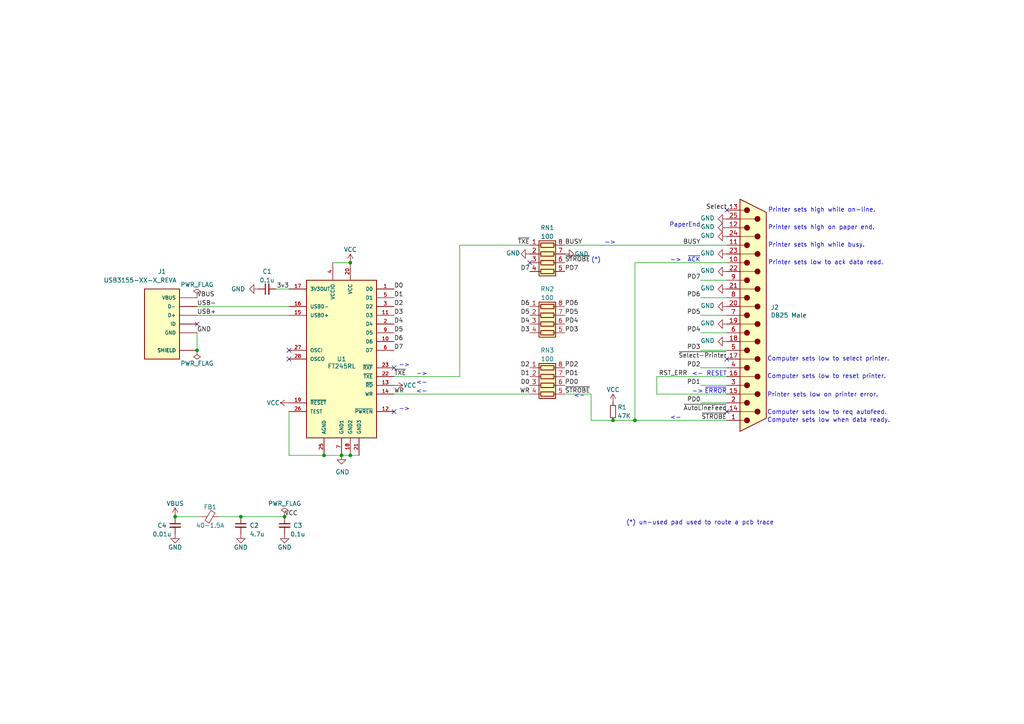
<source format=kicad_sch>
(kicad_sch (version 20211123) (generator eeschema)
  (paper "A4")
  (title_block (title "LPT_Capture") (date "2023-01-27") (rev "010") (company "b.kenyon.w@gmail.com") (comment 1 "CC-BY-SA") (comment 2 "github.com/bkw777/LPT_Capture"))
  (lib_symbols
    (symbol "000_LOCAL:C_Small" (pin_numbers hide) (pin_names (offset 0.254) hide)
      (property "Reference" "C" (at 0.254 1.778 0))
      (property "Value" "C_Small" (at 0.254 -2.032 0))
      (symbol "C_Small_0_1"
        (polyline (pts (xy -1.524 -0.508) (xy 1.524 -0.508)) (stroke (width 0.3302)))
        (polyline (pts (xy -1.524 0.508) (xy 1.524 0.508)) (stroke (width 0.3048)))
      )
      (symbol "C_Small_1_1"
        (pin passive line (at 0 2.54 270) (length 2.032) (name "~") (number "1"))
        (pin passive line (at 0 -2.54 90) (length 2.032) (name "~") (number "2"))
      )
    )
    (symbol "000_LOCAL:Connector_DB25_Male" (pin_names (offset 1.016) hide)
      (property "Reference" "J" (at 0 34.29 0))
      (property "Value" "Connector_DB25_Male" (at 0 -34.925 0))
      (symbol "Connector_DB25_Male_0_1"
        (circle (center -1.778 -30.48) (radius 0.762) (fill (type outline)))
        (circle (center -1.778 -25.4) (radius 0.762) (fill (type outline)))
        (circle (center -1.778 -20.32) (radius 0.762) (fill (type outline)))
        (circle (center -1.778 -15.24) (radius 0.762) (fill (type outline)))
        (circle (center -1.778 -10.16) (radius 0.762) (fill (type outline)))
        (circle (center -1.778 -5.08) (radius 0.762) (fill (type outline)))
        (circle (center -1.778 0) (radius 0.762) (fill (type outline)))
        (circle (center -1.778 5.08) (radius 0.762) (fill (type outline)))
        (circle (center -1.778 10.16) (radius 0.762) (fill (type outline)))
        (circle (center -1.778 15.24) (radius 0.762) (fill (type outline)))
        (circle (center -1.778 20.32) (radius 0.762) (fill (type outline)))
        (circle (center -1.778 25.4) (radius 0.762) (fill (type outline)))
        (circle (center -1.778 30.48) (radius 0.762) (fill (type outline)))
        (polyline (pts (xy -3.81 -30.48) (xy -2.54 -30.48)))
        (polyline (pts (xy -3.81 -27.94) (xy 0.508 -27.94)))
        (polyline (pts (xy -3.81 -25.4) (xy -2.54 -25.4)))
        (polyline (pts (xy -3.81 -22.86) (xy 0.508 -22.86)))
        (polyline (pts (xy -3.81 -20.32) (xy -2.54 -20.32)))
        (polyline (pts (xy -3.81 -17.78) (xy 0.508 -17.78)))
        (polyline (pts (xy -3.81 -15.24) (xy -2.54 -15.24)))
        (polyline (pts (xy -3.81 -12.7) (xy 0.508 -12.7)))
        (polyline (pts (xy -3.81 -10.16) (xy -2.54 -10.16)))
        (polyline (pts (xy -3.81 -7.62) (xy 0.508 -7.62)))
        (polyline (pts (xy -3.81 -5.08) (xy -2.54 -5.08)))
        (polyline (pts (xy -3.81 -2.54) (xy 0.508 -2.54)))
        (polyline (pts (xy -3.81 0) (xy -2.54 0)))
        (polyline (pts (xy -3.81 2.54) (xy 0.508 2.54)))
        (polyline (pts (xy -3.81 5.08) (xy -2.54 5.08)))
        (polyline (pts (xy -3.81 7.62) (xy 0.508 7.62)))
        (polyline (pts (xy -3.81 10.16) (xy -2.54 10.16)))
        (polyline (pts (xy -3.81 12.7) (xy 0.508 12.7)))
        (polyline (pts (xy -3.81 15.24) (xy -2.54 15.24)))
        (polyline (pts (xy -3.81 17.78) (xy 0.508 17.78)))
        (polyline (pts (xy -3.81 20.32) (xy -2.54 20.32)))
        (polyline (pts (xy -3.81 22.86) (xy 0.508 22.86)))
        (polyline (pts (xy -3.81 25.4) (xy -2.54 25.4)))
        (polyline (pts (xy -3.81 27.94) (xy 0.508 27.94)))
        (polyline (pts (xy -3.81 30.48) (xy -2.54 30.48)))
        (polyline (pts (xy -3.81 -33.655) (xy 3.81 -29.845) (xy 3.81 29.845) (xy -3.81 33.655) (xy -3.81 -33.655)) (stroke (width 0.254)) (fill (type background)))
        (circle (center 1.27 -27.94) (radius 0.762) (fill (type outline)))
        (circle (center 1.27 -22.86) (radius 0.762) (fill (type outline)))
        (circle (center 1.27 -17.78) (radius 0.762) (fill (type outline)))
        (circle (center 1.27 -12.7) (radius 0.762) (fill (type outline)))
        (circle (center 1.27 -7.62) (radius 0.762) (fill (type outline)))
        (circle (center 1.27 -2.54) (radius 0.762) (fill (type outline)))
        (circle (center 1.27 2.54) (radius 0.762) (fill (type outline)))
        (circle (center 1.27 7.62) (radius 0.762) (fill (type outline)))
        (circle (center 1.27 12.7) (radius 0.762) (fill (type outline)))
        (circle (center 1.27 17.78) (radius 0.762) (fill (type outline)))
        (circle (center 1.27 22.86) (radius 0.762) (fill (type outline)))
        (circle (center 1.27 27.94) (radius 0.762) (fill (type outline)))
      )
      (symbol "Connector_DB25_Male_1_1"
        (pin passive line (at -7.62 -30.48 0) (length 3.81) (name "1") (number "1"))
        (pin passive line (at -7.62 15.24 0) (length 3.81) (name "10") (number "10"))
        (pin passive line (at -7.62 20.32 0) (length 3.81) (name "11") (number "11"))
        (pin passive line (at -7.62 25.4 0) (length 3.81) (name "12") (number "12"))
        (pin passive line (at -7.62 30.48 0) (length 3.81) (name "13") (number "13"))
        (pin passive line (at -7.62 -27.94 0) (length 3.81) (name "P14") (number "14"))
        (pin passive line (at -7.62 -22.86 0) (length 3.81) (name "P15") (number "15"))
        (pin passive line (at -7.62 -17.78 0) (length 3.81) (name "P16") (number "16"))
        (pin passive line (at -7.62 -12.7 0) (length 3.81) (name "P17") (number "17"))
        (pin passive line (at -7.62 -7.62 0) (length 3.81) (name "P18") (number "18"))
        (pin passive line (at -7.62 -2.54 0) (length 3.81) (name "P19") (number "19"))
        (pin passive line (at -7.62 -25.4 0) (length 3.81) (name "2") (number "2"))
        (pin passive line (at -7.62 2.54 0) (length 3.81) (name "P20") (number "20"))
        (pin passive line (at -7.62 7.62 0) (length 3.81) (name "P21") (number "21"))
        (pin passive line (at -7.62 12.7 0) (length 3.81) (name "P22") (number "22"))
        (pin passive line (at -7.62 17.78 0) (length 3.81) (name "P23") (number "23"))
        (pin passive line (at -7.62 22.86 0) (length 3.81) (name "P24") (number "24"))
        (pin passive line (at -7.62 27.94 0) (length 3.81) (name "P25") (number "25"))
        (pin passive line (at -7.62 -20.32 0) (length 3.81) (name "3") (number "3"))
        (pin passive line (at -7.62 -15.24 0) (length 3.81) (name "4") (number "4"))
        (pin passive line (at -7.62 -10.16 0) (length 3.81) (name "5") (number "5"))
        (pin passive line (at -7.62 -5.08 0) (length 3.81) (name "6") (number "6"))
        (pin passive line (at -7.62 0 0) (length 3.81) (name "7") (number "7"))
        (pin passive line (at -7.62 5.08 0) (length 3.81) (name "8") (number "8"))
        (pin passive line (at -7.62 10.16 0) (length 3.81) (name "9") (number "9"))
      )
    )
    (symbol "000_LOCAL:Ferrite_Bead_Small" (pin_numbers hide) (pin_names (offset 0))
      (property "Reference" "FB" (at 1.905 1.27 0))
      (property "Value" "Ferrite_Bead_Small" (at 1.905 -1.27 0))
      (symbol "Ferrite_Bead_Small_0_1"
        (polyline (pts (xy 0 -1.27) (xy 0 -0.7874)))
        (polyline (pts (xy 0 0.889) (xy 0 1.2954)))
        (polyline (pts (xy -1.8288 0.2794) (xy -1.1176 1.4986) (xy 1.8288 -0.2032) (xy 1.1176 -1.4224) (xy -1.8288 0.2794)))
      )
      (symbol "Ferrite_Bead_Small_1_1"
        (pin passive line (at 0 2.54 270) (length 1.27) (name "~") (number "1"))
        (pin passive line (at 0 -2.54 90) (length 1.27) (name "~") (number "2"))
      )
    )
    (symbol "000_LOCAL:R_Pack04" (pin_names (offset 0) hide)
      (property "Reference" "RN" (at -7.62 0 90))
      (property "Value" "R_Pack04" (at 5.08 0 90))
      (symbol "R_Pack04_0_1"
        (rectangle (start -6.35 -2.413) (end 3.81 2.413) (stroke (width 0.254)) (fill (type background)))
        (rectangle (start -5.715 1.905) (end -4.445 -1.905) (stroke (width 0.254)))
        (rectangle (start -3.175 1.905) (end -1.905 -1.905) (stroke (width 0.254)))
        (rectangle (start -0.635 1.905) (end 0.635 -1.905) (stroke (width 0.254)))
        (polyline (pts (xy -5.08 -2.54) (xy -5.08 -1.905)))
        (polyline (pts (xy -5.08 1.905) (xy -5.08 2.54)))
        (polyline (pts (xy -2.54 -2.54) (xy -2.54 -1.905)))
        (polyline (pts (xy -2.54 1.905) (xy -2.54 2.54)))
        (polyline (pts (xy 0 -2.54) (xy 0 -1.905)))
        (polyline (pts (xy 0 1.905) (xy 0 2.54)))
        (polyline (pts (xy 2.54 -2.54) (xy 2.54 -1.905)))
        (polyline (pts (xy 2.54 1.905) (xy 2.54 2.54)))
        (rectangle (start 1.905 1.905) (end 3.175 -1.905) (stroke (width 0.254)))
      )
      (symbol "R_Pack04_1_1"
        (pin passive line (at -5.08 -5.08 90) (length 2.54) (name "R1.1") (number "1"))
        (pin passive line (at -2.54 -5.08 90) (length 2.54) (name "R2.1") (number "2"))
        (pin passive line (at 0 -5.08 90) (length 2.54) (name "R3.1") (number "3"))
        (pin passive line (at 2.54 -5.08 90) (length 2.54) (name "R4.1") (number "4"))
        (pin passive line (at 2.54 5.08 270) (length 2.54) (name "R4.2") (number "5"))
        (pin passive line (at 0 5.08 270) (length 2.54) (name "R3.2") (number "6"))
        (pin passive line (at -2.54 5.08 270) (length 2.54) (name "R2.2") (number "7"))
        (pin passive line (at -5.08 5.08 270) (length 2.54) (name "R1.2") (number "8"))
      )
    )
    (symbol "000_LOCAL:R_Small" (pin_numbers hide) (pin_names (offset 0.254) hide)
      (property "Reference" "R" (at 0.762 0.508 0))
      (property "Value" "R_Small" (at 0.762 -1.016 0))
      (symbol "R_Small_0_1"
        (rectangle (start -0.762 1.778) (end 0.762 -1.778) (stroke (width 0.2032)))
      )
      (symbol "R_Small_1_1"
        (pin passive line (at 0 2.54 270) (length 0.762) (name "~") (number "1"))
        (pin passive line (at 0 -2.54 90) (length 0.762) (name "~") (number "2"))
      )
    )
    (symbol "000_LOCAL:USB3155-XX-X_REVA" (pin_numbers hide) (pin_names (offset 1.016))
      (property "Reference" "J" (at -5.08 10.16 0))
      (property "Value" "USB3155-XX-X_REVA" (at -5.08 -12.7254 0))
      (symbol "USB3155-XX-X_REVA_0_0"
        (rectangle (start -5.08 -10.16) (end 5.08 10.16) (stroke (width 0.254)) (fill (type background)))
        (pin power_in line (at -10.16 7.62 0) (length 5.08) (name "VBUS") (number "1"))
        (pin bidirectional line (at -10.16 5.08 0) (length 5.08) (name "D-") (number "2"))
        (pin bidirectional line (at -10.16 2.54 0) (length 5.08) (name "D+") (number "3"))
        (pin passive line (at -10.16 0 0) (length 5.08) (name "ID") (number "4"))
        (pin power_in line (at -10.16 -2.54 0) (length 5.08) (name "GND") (number "5"))
        (pin passive line (at -10.16 -7.62 0) (length 5.08) (name "SHIELD") (number "S"))
        (pin passive line (at -10.16 -7.62 0) (length 5.08) (name "SHIELD") (number "S"))
      )
    )
    (symbol "FT245RL_1" (pin_names (offset 1.016))
      (property "Reference" "U" (at 4.318 26.924 0))
      (property "Value" "FT245RL_1" (at 4.064 24.13 0))
      (symbol "FT245RL_1_0_0"
        (rectangle (start -10.16 22.86) (end 10.16 -22.86) (stroke (width 0.254)) (fill (type background)))
        (pin bidirectional line (at 15.24 20.32 180) (length 5.08) (name "D0") (number "1"))
        (pin bidirectional line (at 15.24 5.08 180) (length 5.08) (name "D6") (number "10"))
        (pin bidirectional line (at 15.24 12.7 180) (length 5.08) (name "D3") (number "11"))
        (pin output line (at 15.24 -15.24 180) (length 5.08) (name "~{PWREN}") (number "12"))
        (pin input line (at 15.24 -7.62 180) (length 5.08) (name "~{RD}") (number "13"))
        (pin input line (at 15.24 -10.16 180) (length 5.08) (name "WR") (number "14"))
        (pin bidirectional line (at -15.24 12.7 0) (length 5.08) (name "USBD+") (number "15"))
        (pin bidirectional line (at -15.24 15.24 0) (length 5.08) (name "USBD-") (number "16"))
        (pin power_out line (at -15.24 20.32 0) (length 5.08) (name "3V3OUT") (number "17"))
        (pin power_in line (at 2.54 -27.94 90) (length 5.08) (name "GND2") (number "18"))
        (pin input line (at -15.24 -12.7 0) (length 5.08) (name "~{RESET}") (number "19"))
        (pin bidirectional line (at 15.24 10.16 180) (length 5.08) (name "D4") (number "2"))
        (pin power_in line (at 2.54 27.94 270) (length 5.08) (name "VCC") (number "20"))
        (pin power_in line (at 5.08 -27.94 90) (length 5.08) (name "GND3") (number "21"))
        (pin output line (at 15.24 -5.08 180) (length 5.08) (name "~{TXE}") (number "22"))
        (pin bidirectional line (at 15.24 -2.54 180) (length 5.08) (name "~{RXF}") (number "23"))
        (pin power_in line (at -5.08 -27.94 90) (length 5.08) (name "AGND") (number "25"))
        (pin input line (at -15.24 -15.24 0) (length 5.08) (name "TEST") (number "26"))
        (pin input line (at -15.24 2.54 0) (length 5.08) (name "OSCI") (number "27"))
        (pin output line (at -15.24 0 0) (length 5.08) (name "OSCO") (number "28"))
        (pin bidirectional line (at 15.24 15.24 180) (length 5.08) (name "D2") (number "3"))
        (pin power_in line (at -2.54 27.94 270) (length 5.08) (name "VCCIO") (number "4"))
        (pin bidirectional line (at 15.24 17.78 180) (length 5.08) (name "D1") (number "5"))
        (pin bidirectional line (at 15.24 2.54 180) (length 5.08) (name "D7") (number "6"))
        (pin power_in line (at 0 -27.94 90) (length 5.08) (name "GND1") (number "7"))
        (pin bidirectional line (at 15.24 7.62 180) (length 5.08) (name "D5") (number "9"))
      )
    )
    (symbol "power:GND" (power) (pin_names (offset 0))
      (property "Value" "GND" (at 0 -3.81 0))
      (symbol "GND_0_1"
        (polyline (pts (xy 0 0) (xy 0 -1.27) (xy 1.27 -1.27) (xy 0 -2.54) (xy -1.27 -1.27) (xy 0 -1.27)))
      )
      (symbol "GND_1_1"
        (pin power_in line (at 0 0 270) (length 0) hide (name "GND") (number "1"))
      )
    )
    (symbol "power:PWR_FLAG" (power) (pin_numbers hide) (pin_names (offset 0) hide)
      (property "Value" "PWR_FLAG" (at 0 3.81 0))
      (symbol "PWR_FLAG_0_0"
        (pin power_out line (at 0 0 90) (length 0) (name "pwr") (number "1"))
      )
      (symbol "PWR_FLAG_0_1"
        (polyline (pts (xy 0 0) (xy 0 1.27) (xy -1.016 1.905) (xy 0 2.54) (xy 1.016 1.905) (xy 0 1.27)))
      )
    )
    (symbol "power:VBUS" (power) (pin_names (offset 0))
      (property "Value" "VBUS" (at 0 3.81 0))
      (symbol "VBUS_0_1"
        (polyline (pts (xy -0.762 1.27) (xy 0 2.54)))
        (polyline (pts (xy 0 0) (xy 0 2.54)))
        (polyline (pts (xy 0 2.54) (xy 0.762 1.27)))
      )
      (symbol "VBUS_1_1"
        (pin power_in line (at 0 0 90) (length 0) hide (name "VBUS") (number "1"))
      )
    )
    (symbol "power:VCC" (power) (pin_names (offset 0))
      (property "Value" "VCC" (at 0 3.81 0))
      (symbol "VCC_0_1"
        (polyline (pts (xy -0.762 1.27) (xy 0 2.54)))
        (polyline (pts (xy 0 0) (xy 0 2.54)))
        (polyline (pts (xy 0 2.54) (xy 0.762 1.27)))
      )
      (symbol "VCC_1_1"
        (pin power_in line (at 0 0 90) (length 0) hide (name "VCC") (number "1"))
      )
    )
  )
  (junction (at 50.8 149.86))
  (junction (at 184.15 121.92))
  (junction (at 57.15 101.6))
  (junction (at 82.55 149.86))
  (junction (at 69.85 149.86))
  (junction (at 177.8 121.92))
  (junction (at 99.06 132.08))
  (junction (at 101.6 76.2))
  (junction (at 93.98 132.08))
  (junction (at 101.6 132.08))
  (no_connect (at 210.82 60.96))
  (no_connect (at 210.82 119.38))
  (no_connect (at 114.3 106.68))
  (no_connect (at 210.82 104.14))
  (no_connect (at 153.67 76.2))
  (no_connect (at 83.82 104.14))
  (no_connect (at 57.15 93.98))
  (no_connect (at 83.82 101.6))
  (no_connect (at 114.3 119.38))
  (wire (pts (xy 133.35 71.12) (xy 153.67 71.12)))
  (wire (pts (xy 57.15 91.44) (xy 83.82 91.44)))
  (wire (pts (xy 177.8 121.92) (xy 184.15 121.92)))
  (wire (pts (xy 57.15 88.9) (xy 83.82 88.9)))
  (wire (pts (xy 83.82 132.08) (xy 93.98 132.08)))
  (wire (pts (xy 184.15 76.2) (xy 184.15 121.92)))
  (wire (pts (xy 203.2 86.36) (xy 210.82 86.36)))
  (wire (pts (xy 171.45 114.3) (xy 171.45 121.92)))
  (wire (pts (xy 83.82 119.38) (xy 83.82 132.08)))
  (wire (pts (xy 203.2 116.84) (xy 210.82 116.84)))
  (wire (pts (xy 203.2 106.68) (xy 210.82 106.68)))
  (wire (pts (xy 163.83 114.3) (xy 171.45 114.3)))
  (wire (pts (xy 114.3 109.22) (xy 133.35 109.22)))
  (wire (pts (xy 101.6 132.08) (xy 104.14 132.08)))
  (wire (pts (xy 171.45 121.92) (xy 177.8 121.92)))
  (wire (pts (xy 99.06 132.08) (xy 101.6 132.08)))
  (wire (pts (xy 190.5 114.3) (xy 210.82 114.3)))
  (wire (pts (xy 203.2 91.44) (xy 210.82 91.44)))
  (wire (pts (xy 184.15 76.2) (xy 210.82 76.2)))
  (wire (pts (xy 96.52 76.2) (xy 101.6 76.2)))
  (wire (pts (xy 190.5 114.3) (xy 190.5 109.22)))
  (wire (pts (xy 80.01 83.82) (xy 83.82 83.82)))
  (wire (pts (xy 50.8 149.86) (xy 58.42 149.86)))
  (wire (pts (xy 190.5 109.22) (xy 210.82 109.22)))
  (wire (pts (xy 203.2 96.52) (xy 210.82 96.52)))
  (wire (pts (xy 114.3 114.3) (xy 153.67 114.3)))
  (wire (pts (xy 184.15 121.92) (xy 210.82 121.92)))
  (wire (pts (xy 69.85 149.86) (xy 82.55 149.86)))
  (wire (pts (xy 203.2 81.28) (xy 210.82 81.28)))
  (wire (pts (xy 203.2 101.6) (xy 210.82 101.6)))
  (wire (pts (xy 133.35 71.12) (xy 133.35 109.22)))
  (wire (pts (xy 203.2 111.76) (xy 210.82 111.76)))
  (wire (pts (xy 93.98 132.08) (xy 99.06 132.08)))
  (wire (pts (xy 163.83 71.12) (xy 210.82 71.12)))
  (wire (pts (xy 63.5 149.86) (xy 69.85 149.86)))
  (wire (pts (xy 57.15 96.52) (xy 57.15 101.6)))
  (text "Printer sets high while on-line." (at 222.758 61.722 0) (effects (font (size 1.27 1.27)) (justify left bottom)))
  (text "<-" (at 120.65 111.76 0) (effects (font (size 1.27 1.27)) (justify left bottom)))
  (text "Computer sets low to reset printer." (at 222.504 109.982 0) (effects (font (size 1.27 1.27)) (justify left bottom)))
  (text "->" (at 175.26 71.12 0) (effects (font (size 1.27 1.27)) (justify left bottom)))
  (text "<-" (at 200.66 109.22 0) (effects (font (size 1.27 1.27)) (justify left bottom)))
  (text "RESET" (at 210.82 109.22 180) (effects (font (size 1.27 1.27)) (justify right bottom)))
  (text "Printer sets high on paper end." (at 222.758 66.802 0) (effects (font (size 1.27 1.27)) (justify left bottom)))
  (text "(*)" (at 171.45 76.2 0) (effects (font (size 1.27 1.27)) (justify left bottom)))
  (text "~{ERROR}" (at 210.82 114.3 180) (effects (font (size 1.27 1.27)) (justify right bottom)))
  (text "Printer sets high while busy." (at 222.758 71.882 0) (effects (font (size 1.27 1.27)) (justify left bottom)))
  (text "<-" (at 166.37 115.57 0) (effects (font (size 1.27 1.27)) (justify left bottom)))
  (text "<-" (at 120.65 114.3 0) (effects (font (size 1.27 1.27)) (justify left bottom)))
  (text "<-" (at 194.31 121.92 0) (effects (font (size 1.27 1.27)) (justify left bottom)))
  (text "Computer sets low to req autofeed." (at 222.504 120.396 0) (effects (font (size 1.27 1.27)) (justify left bottom)))
  (text "Computer sets low to select printer." (at 222.504 104.902 0) (effects (font (size 1.27 1.27)) (justify left bottom)))
  (text "PaperEnd" (at 203.2 66.04 180) (effects (font (size 1.27 1.27)) (justify right bottom)))
  (text "->" (at 194.31 76.2 0) (effects (font (size 1.27 1.27)) (justify left bottom)))
  (text "(*) un-used pad used to route a pcb trace" (at 181.61 152.4 0) (effects (font (size 1.27 1.27)) (justify left bottom)))
  (text "->" (at 115.57 119.38 0) (effects (font (size 1.27 1.27)) (justify left bottom)))
  (text "Printer sets low on printer error." (at 222.504 115.316 0) (effects (font (size 1.27 1.27)) (justify left bottom)))
  (text "Computer sets low when data ready." (at 222.504 122.682 0) (effects (font (size 1.27 1.27)) (justify left bottom)))
  (text "->" (at 115.57 106.68 0) (effects (font (size 1.27 1.27)) (justify left bottom)))
  (text "Printer sets low to ack data read." (at 222.758 76.962 0) (effects (font (size 1.27 1.27)) (justify left bottom)))
  (text "~{ACK}" (at 203.2 76.2 180) (effects (font (size 1.27 1.27)) (justify right bottom)))
  (text "->" (at 200.66 114.3 0) (effects (font (size 1.27 1.27)) (justify left bottom)))
  (text "->" (at 120.65 109.22 0) (effects (font (size 1.27 1.27)) (justify left bottom)))
  (label "PD7" (at 203.2 81.28 180))
  (label "BUSY" (at 203.2 71.12 180))
  (label "~{STROBE}" (at 163.83 114.3 0))
  (label "USB-" (at 57.15 88.9 0))
  (label "~{STROBE}" (at 163.83 76.2 0))
  (label "Select" (at 210.82 60.96 180))
  (label "PD3" (at 203.2 101.6 180))
  (label "D6" (at 114.3 99.06 0))
  (label "D5" (at 153.67 91.44 180))
  (label "~{TXE}" (at 114.3 109.22 0))
  (label "D2" (at 114.3 88.9 0))
  (label "VBUS" (at 57.15 86.36 0))
  (label "~{Select-Printer}" (at 210.82 104.14 180))
  (label "PD4" (at 203.2 96.52 180))
  (label "~{AutoLineFeed}" (at 210.82 119.38 180))
  (label "D0" (at 153.67 111.76 180))
  (label "D6" (at 153.67 88.9 180))
  (label "PD5" (at 203.2 91.44 180))
  (label "PD3" (at 163.83 96.52 0))
  (label "D3" (at 153.67 96.52 180))
  (label "VCC" (at 82.55 149.86 0))
  (label "GND" (at 57.15 96.52 0))
  (label "PD7" (at 163.83 78.74 0))
  (label "D5" (at 114.3 96.52 0))
  (label "PD2" (at 163.83 106.68 0))
  (label "PD5" (at 163.83 91.44 0))
  (label "PD0" (at 203.2 116.84 180))
  (label "PD1" (at 163.83 109.22 0))
  (label "~{TXE}" (at 153.67 71.12 180))
  (label "USB+" (at 57.15 91.44 0))
  (label "D4" (at 153.67 93.98 180))
  (label "PD2" (at 203.2 106.68 180))
  (label "D3" (at 114.3 91.44 0))
  (label "D1" (at 114.3 86.36 0))
  (label "BUSY" (at 163.83 71.12 0))
  (label "RST_ERR" (at 199.39 109.22 180))
  (label "D7" (at 114.3 101.6 0))
  (label "D7" (at 153.67 78.74 180))
  (label "~{STROBE}" (at 210.82 121.92 180))
  (label "D4" (at 114.3 93.98 0))
  (label "WR" (at 114.3 114.3 0))
  (label "PD6" (at 163.83 88.9 0))
  (label "3v3" (at 83.82 83.82 180))
  (label "D1" (at 153.67 109.22 180))
  (label "D2" (at 153.67 106.68 180))
  (label "PD4" (at 163.83 93.98 0))
  (label "PD6" (at 203.2 86.36 180))
  (label "WR" (at 153.67 114.3 180))
  (label "PD1" (at 203.2 111.76 180))
  (label "D0" (at 114.3 83.82 0))
  (label "PD0" (at 163.83 111.76 0))
  (symbol (lib_name "FT245RL_1") (lib_id "000_LOCAL:FT245RL") (at 99.06 104.14 0) (unit 1)
    (property "Reference" "U1" (at 99.06 104.14 0))
    (property "Value" "FT245RL" (at 94.996 106.934 0) (effects (justify left bottom)))
    (property "Footprint" "000_LOCAL:SSOP-28_5.3x10.2mm_P0.65mm" (effects hide))
  )
  (symbol (lib_id "000_LOCAL:Connector_DB25_Male") (at 218.44 91.44 0) (unit 1)
    (property "Reference" "J2" (at 223.52 89.154 0) (effects (justify left)))
    (property "Value" "DB25 Male" (at 223.52 91.44 0) (effects (justify left)))
    (property "Footprint" "000_LOCAL:DSUB-25_Male_EdgeMount_P2.77mm" (effects hide))
  )
  (symbol (lib_id "000_LOCAL:R_Small") (at 177.8 119.38 180) (unit 1)
    (property "Reference" "R1" (at 179.07 118.11 0) (effects (justify right)))
    (property "Value" "47K" (at 179.07 120.65 0) (effects (justify right)))
    (property "Footprint" "000_LOCAL:R_0805_2012Metric" (effects hide))
  )
  (symbol (lib_id "000_LOCAL:R_Pack04") (at 158.75 76.2 270) (unit 1)
    (property "Reference" "RN1" (at 158.75 66.04 90))
    (property "Value" "100" (at 158.75 68.58 90))
    (property "Footprint" "000_LOCAL:R_Array_Convex_4x0603" (effects hide))
    (property "Datasheet" "http://www.vishay.com/docs/31509/csc.pdf" (effects hide))
  )
  (symbol (lib_id "power:VCC") (at 101.6 76.2 0) (unit 1)
    (property "Reference" "#PWR0109" (effects hide))
    (property "Value" "VCC" (at 101.6 72.39 0))
  )
  (symbol (lib_id "power:GND") (at 210.82 63.5 270) (unit 1)
    (property "Reference" "#PWR0101" (effects hide))
    (property "Value" "GND" (at 207.264 63.246 90) (effects (justify right)))
  )
  (symbol (lib_id "000_LOCAL:Ferrite_Bead_Small") (at 60.96 149.86 90) (unit 1)
    (property "Reference" "FB1" (at 60.96 147.066 90))
    (property "Value" "40-1.5A" (at 60.96 152.4 90))
    (property "Footprint" "000_LOCAL:L_0805_2012Metric" (effects hide))
  )
  (symbol (lib_id "000_LOCAL:C_Small") (at 50.8 152.4 0) (unit 1)
    (property "Reference" "C4" (at 46.99 152.4 0))
    (property "Value" "0.01u" (at 46.99 154.94 0))
    (property "Footprint" "000_LOCAL:C_0805_2012Metric" (effects hide))
  )
  (symbol (lib_id "000_LOCAL:C_Small") (at 82.55 152.4 0) (unit 1)
    (property "Reference" "C3" (at 86.36 152.4 0))
    (property "Value" "0.1u" (at 86.36 154.94 0))
    (property "Footprint" "000_LOCAL:C_0805_2012Metric" (effects hide))
  )
  (symbol (lib_id "power:GND") (at 69.85 154.94 0) (unit 1)
    (property "Reference" "#PWR0123" (effects hide))
    (property "Value" "GND" (at 69.85 158.75 0))
  )
  (symbol (lib_id "power:GND") (at 82.55 154.94 0) (unit 1)
    (property "Reference" "#PWR0124" (effects hide))
    (property "Value" "GND" (at 82.55 158.75 0))
  )
  (symbol (lib_id "power:GND") (at 99.06 132.08 0) (unit 1)
    (property "Reference" "#PWR0102" (effects hide))
    (property "Value" "GND" (at 99.314 136.906 0))
  )
  (symbol (lib_id "000_LOCAL:C_Small") (at 77.47 83.82 90) (unit 1)
    (property "Reference" "C1" (at 77.47 78.74 90))
    (property "Value" "0.1u" (at 77.47 81.28 90))
    (property "Footprint" "000_LOCAL:C_0805_2012Metric" (effects hide))
  )
  (symbol (lib_id "000_LOCAL:C_Small") (at 69.85 152.4 0) (unit 1)
    (property "Reference" "C2" (at 72.39 152.4 0) (effects (justify left)))
    (property "Value" "4.7u" (at 72.39 154.94 0) (effects (justify left)))
    (property "Footprint" "000_LOCAL:C_0805_2012Metric" (effects hide))
  )
  (symbol (lib_id "power:GND") (at 74.93 83.82 270) (unit 1)
    (property "Reference" "#PWR0103" (effects hide))
    (property "Value" "GND" (at 71.12 83.82 90) (effects (justify right)))
  )
  (symbol (lib_id "power:GND") (at 50.8 154.94 0) (unit 1)
    (property "Reference" "#PWR0104" (effects hide))
    (property "Value" "GND" (at 50.8 158.75 0))
  )
  (symbol (lib_id "000_LOCAL:USB3155-XX-X_REVA") (at 46.99 93.98 0) (mirror y) (unit 1)
    (property "Reference" "J1" (at 46.99 78.74 0))
    (property "Value" "USB3155-XX-X_REVA" (at 40.64 81.28 0))
    (property "Footprint" "000_LOCAL:GCT_USB3155-XX-X_REVA" (effects hide))
    (property "MANUFACTURER" "GCT" (effects hide))
  )
  (symbol (lib_id "power:GND") (at 153.67 73.66 270) (unit 1)
    (property "Reference" "#PWR0126" (effects hide))
    (property "Value" "GND" (at 150.876 73.406 90) (effects (justify right)))
  )
  (symbol (lib_id "power:GND") (at 163.83 73.66 90) (unit 1)
    (property "Reference" "#PWR0127" (effects hide))
    (property "Value" "GND" (at 166.624 73.66 90) (effects (justify right)))
  )
  (symbol (lib_id "000_LOCAL:R_Pack04") (at 158.75 93.98 270) (unit 1)
    (property "Reference" "RN2" (at 158.75 83.82 90))
    (property "Value" "100" (at 158.75 86.36 90))
    (property "Footprint" "000_LOCAL:R_Array_Convex_4x0603" (effects hide))
    (property "Datasheet" "http://www.vishay.com/docs/31509/csc.pdf" (effects hide))
  )
  (symbol (lib_id "000_LOCAL:R_Pack04") (at 158.75 111.76 270) (unit 1)
    (property "Reference" "RN3" (at 158.75 101.6 90))
    (property "Value" "100" (at 158.75 104.14 90))
    (property "Footprint" "000_LOCAL:R_Array_Convex_4x0603" (effects hide))
    (property "Datasheet" "http://www.vishay.com/docs/31509/csc.pdf" (effects hide))
  )
  (symbol (lib_id "power:GND") (at 210.82 68.58 270) (unit 1)
    (property "Reference" "#PWR0113" (effects hide))
    (property "Value" "GND" (at 207.264 68.326 90) (effects (justify right)))
  )
  (symbol (lib_id "power:GND") (at 210.82 73.66 270) (unit 1)
    (property "Reference" "#PWR0114" (effects hide))
    (property "Value" "GND" (at 207.264 73.406 90) (effects (justify right)))
  )
  (symbol (lib_id "power:GND") (at 210.82 78.74 270) (unit 1)
    (property "Reference" "#PWR0115" (effects hide))
    (property "Value" "GND" (at 207.264 78.486 90) (effects (justify right)))
  )
  (symbol (lib_id "power:GND") (at 210.82 83.82 270) (unit 1)
    (property "Reference" "#PWR0116" (effects hide))
    (property "Value" "GND" (at 207.264 83.566 90) (effects (justify right)))
  )
  (symbol (lib_id "power:GND") (at 210.82 88.9 270) (unit 1)
    (property "Reference" "#PWR0117" (effects hide))
    (property "Value" "GND" (at 207.264 88.646 90) (effects (justify right)))
  )
  (symbol (lib_id "power:GND") (at 210.82 93.98 270) (unit 1)
    (property "Reference" "#PWR0118" (effects hide))
    (property "Value" "GND" (at 207.264 93.726 90) (effects (justify right)))
  )
  (symbol (lib_id "power:GND") (at 210.82 99.06 270) (unit 1)
    (property "Reference" "#PWR0119" (effects hide))
    (property "Value" "GND" (at 207.264 98.806 90) (effects (justify right)))
  )
  (symbol (lib_id "power:GND") (at 210.82 66.04 270) (unit 1)
    (property "Reference" "#PWR0120" (effects hide))
    (property "Value" "GND" (at 207.264 65.786 90) (effects (justify right)))
  )
  (symbol (lib_id "power:VCC") (at 177.8 116.84 0) (unit 1)
    (property "Reference" "#PWR0121" (effects hide))
    (property "Value" "VCC" (at 177.8 113.03 0))
  )
  (symbol (lib_id "power:VBUS") (at 50.8 149.86 0) (unit 1)
    (property "Reference" "#PWR0105" (effects hide))
    (property "Value" "VBUS" (at 50.8 146.05 0))
  )
  (symbol (lib_id "power:PWR_FLAG") (at 57.15 101.6 180) (unit 1)
    (property "Reference" "#FLG0101" (effects hide))
    (property "Value" "PWR_FLAG" (at 57.15 105.41 0))
  )
  (symbol (lib_id "power:PWR_FLAG") (at 82.55 149.86 0) (unit 1)
    (property "Reference" "#FLG02" (effects hide))
    (property "Value" "PWR_FLAG" (at 82.55 146.05 0))
  )
  (symbol (lib_id "power:VCC") (at 114.3 111.76 270) (unit 1)
    (property "Reference" "#PWR0122" (effects hide))
    (property "Value" "VCC" (at 118.872 111.76 90))
  )
  (symbol (lib_id "power:PWR_FLAG") (at 57.15 86.36 0) (unit 1)
    (property "Reference" "#FLG01" (effects hide))
    (property "Value" "PWR_FLAG" (at 57.15 82.55 0))
  )
  (symbol (lib_id "power:VCC") (at 83.82 116.84 90) (unit 1)
    (property "Reference" "#PWR0112" (effects hide))
    (property "Value" "VCC" (at 79.248 116.84 90))
  )
)
</source>
